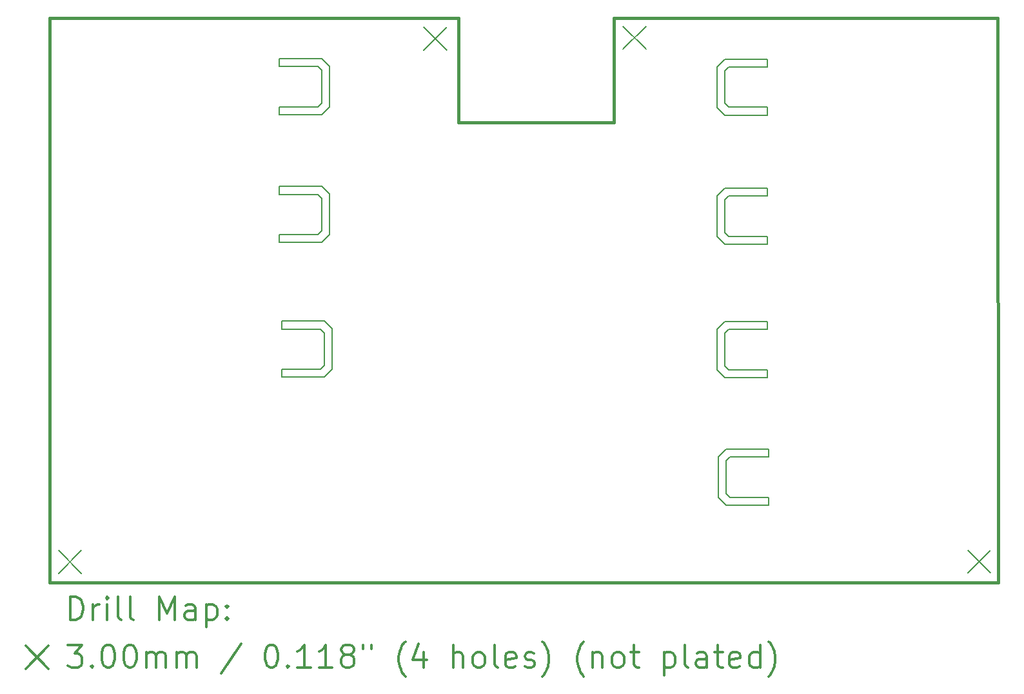
<source format=gbr>
%FSLAX45Y45*%
G04 Gerber Fmt 4.5, Leading zero omitted, Abs format (unit mm)*
G04 Created by KiCad (PCBNEW (5.1.6)-1) date 2020-06-22 15:28:16*
%MOMM*%
%LPD*%
G01*
G04 APERTURE LIST*
%TA.AperFunction,Profile*%
%ADD10C,0.203200*%
%TD*%
%TA.AperFunction,Profile*%
%ADD11C,0.381000*%
%TD*%
%ADD12C,0.200000*%
%ADD13C,0.300000*%
G04 APERTURE END LIST*
D10*
X16046450Y-8826500D02*
X15944850Y-8928100D01*
X16605250Y-8826500D02*
X16046450Y-8826500D01*
X15944850Y-9461500D02*
X16046450Y-9563100D01*
X15944850Y-8928100D02*
X15944850Y-9461500D01*
X16046450Y-9563100D02*
X16605250Y-9563100D01*
X16605250Y-9563100D02*
X16605250Y-9455150D01*
X16046450Y-8978900D02*
X16097250Y-8928100D01*
X16605250Y-9455150D02*
X16097250Y-9455150D01*
X16046450Y-9404350D02*
X16046450Y-8978900D01*
X16097250Y-8928100D02*
X16605250Y-8928100D01*
X16605250Y-8928100D02*
X16605250Y-8826500D01*
X16097250Y-9455150D02*
X16046450Y-9404350D01*
X16033750Y-7150100D02*
X15932150Y-7251700D01*
X16592550Y-7150100D02*
X16033750Y-7150100D01*
X15932150Y-7785100D02*
X16033750Y-7886700D01*
X15932150Y-7251700D02*
X15932150Y-7785100D01*
X16033750Y-7886700D02*
X16592550Y-7886700D01*
X16592550Y-7886700D02*
X16592550Y-7778750D01*
X16033750Y-7302500D02*
X16084550Y-7251700D01*
X16592550Y-7778750D02*
X16084550Y-7778750D01*
X16033750Y-7727950D02*
X16033750Y-7302500D01*
X16084550Y-7251700D02*
X16592550Y-7251700D01*
X16592550Y-7251700D02*
X16592550Y-7150100D01*
X16084550Y-7778750D02*
X16033750Y-7727950D01*
X16027400Y-5397500D02*
X15925800Y-5499100D01*
X16586200Y-5397500D02*
X16027400Y-5397500D01*
X15925800Y-6032500D02*
X16027400Y-6134100D01*
X15925800Y-5499100D02*
X15925800Y-6032500D01*
X16027400Y-6134100D02*
X16586200Y-6134100D01*
X16586200Y-6134100D02*
X16586200Y-6026150D01*
X16027400Y-5549900D02*
X16078200Y-5499100D01*
X16586200Y-6026150D02*
X16078200Y-6026150D01*
X16027400Y-5975350D02*
X16027400Y-5549900D01*
X16078200Y-5499100D02*
X16586200Y-5499100D01*
X16586200Y-5499100D02*
X16586200Y-5397500D01*
X16078200Y-6026150D02*
X16027400Y-5975350D01*
X16027400Y-3702050D02*
X15925800Y-3803650D01*
X16586200Y-3702050D02*
X16027400Y-3702050D01*
X15925800Y-4337050D02*
X16027400Y-4438650D01*
X15925800Y-3803650D02*
X15925800Y-4337050D01*
X16027400Y-4438650D02*
X16586200Y-4438650D01*
X16586200Y-4438650D02*
X16586200Y-4330700D01*
X16027400Y-3854450D02*
X16078200Y-3803650D01*
X16586200Y-4330700D02*
X16078200Y-4330700D01*
X16027400Y-4279900D02*
X16027400Y-3854450D01*
X16078200Y-3803650D02*
X16586200Y-3803650D01*
X16586200Y-3803650D02*
X16586200Y-3702050D01*
X16078200Y-4330700D02*
X16027400Y-4279900D01*
X10737850Y-6108700D02*
X10839450Y-6007100D01*
X10179050Y-6108700D02*
X10737850Y-6108700D01*
X10839450Y-5473700D02*
X10737850Y-5372100D01*
X10839450Y-6007100D02*
X10839450Y-5473700D01*
X10737850Y-5372100D02*
X10179050Y-5372100D01*
X10179050Y-5372100D02*
X10179050Y-5480050D01*
X10737850Y-5956300D02*
X10687050Y-6007100D01*
X10179050Y-5480050D02*
X10687050Y-5480050D01*
X10737850Y-5530850D02*
X10737850Y-5956300D01*
X10687050Y-6007100D02*
X10179050Y-6007100D01*
X10179050Y-6007100D02*
X10179050Y-6108700D01*
X10687050Y-5480050D02*
X10737850Y-5530850D01*
X10769600Y-7874000D02*
X10871200Y-7772400D01*
X10210800Y-7874000D02*
X10769600Y-7874000D01*
X10871200Y-7239000D02*
X10769600Y-7137400D01*
X10871200Y-7772400D02*
X10871200Y-7239000D01*
X10769600Y-7137400D02*
X10210800Y-7137400D01*
X10210800Y-7137400D02*
X10210800Y-7245350D01*
X10769600Y-7721600D02*
X10718800Y-7772400D01*
X10210800Y-7245350D02*
X10718800Y-7245350D01*
X10769600Y-7296150D02*
X10769600Y-7721600D01*
X10718800Y-7772400D02*
X10210800Y-7772400D01*
X10210800Y-7772400D02*
X10210800Y-7874000D01*
X10718800Y-7245350D02*
X10769600Y-7296150D01*
X10737850Y-4425950D02*
X10839450Y-4324350D01*
X10179050Y-4425950D02*
X10737850Y-4425950D01*
X10839450Y-3790950D02*
X10737850Y-3689350D01*
X10839450Y-4324350D02*
X10839450Y-3790950D01*
X10737850Y-3689350D02*
X10179050Y-3689350D01*
X10179050Y-3689350D02*
X10179050Y-3797300D01*
X10737850Y-4273550D02*
X10687050Y-4324350D01*
X10179050Y-3797300D02*
X10687050Y-3797300D01*
X10737850Y-3848100D02*
X10737850Y-4273550D01*
X10687050Y-4324350D02*
X10179050Y-4324350D01*
X10179050Y-4324350D02*
X10179050Y-4425950D01*
X10687050Y-3797300D02*
X10737850Y-3848100D01*
D11*
X7169150Y-3155950D02*
X12534900Y-3155950D01*
X14573250Y-3155950D02*
X19615150Y-3155950D01*
X12534900Y-4533900D02*
X12534900Y-3155950D01*
X14573250Y-4533900D02*
X14573250Y-3155950D01*
X12534900Y-4533900D02*
X14573250Y-4533900D01*
X7169150Y-10579100D02*
X7169150Y-3155950D01*
X19621500Y-10579100D02*
X7169150Y-10579100D01*
X19615150Y-3155950D02*
X19621500Y-10579100D01*
D12*
X14696300Y-3266300D02*
X14996300Y-3566300D01*
X14996300Y-3266300D02*
X14696300Y-3566300D01*
X19223850Y-10149700D02*
X19523850Y-10449700D01*
X19523850Y-10149700D02*
X19223850Y-10449700D01*
X12080100Y-3279000D02*
X12380100Y-3579000D01*
X12380100Y-3279000D02*
X12080100Y-3579000D01*
X7285850Y-10156050D02*
X7585850Y-10456050D01*
X7585850Y-10156050D02*
X7285850Y-10456050D01*
D13*
X7436528Y-11063864D02*
X7436528Y-10763864D01*
X7507957Y-10763864D01*
X7550814Y-10778150D01*
X7579386Y-10806722D01*
X7593671Y-10835293D01*
X7607957Y-10892436D01*
X7607957Y-10935293D01*
X7593671Y-10992436D01*
X7579386Y-11021007D01*
X7550814Y-11049579D01*
X7507957Y-11063864D01*
X7436528Y-11063864D01*
X7736528Y-11063864D02*
X7736528Y-10863864D01*
X7736528Y-10921007D02*
X7750814Y-10892436D01*
X7765100Y-10878150D01*
X7793671Y-10863864D01*
X7822243Y-10863864D01*
X7922243Y-11063864D02*
X7922243Y-10863864D01*
X7922243Y-10763864D02*
X7907957Y-10778150D01*
X7922243Y-10792436D01*
X7936528Y-10778150D01*
X7922243Y-10763864D01*
X7922243Y-10792436D01*
X8107957Y-11063864D02*
X8079386Y-11049579D01*
X8065100Y-11021007D01*
X8065100Y-10763864D01*
X8265100Y-11063864D02*
X8236528Y-11049579D01*
X8222243Y-11021007D01*
X8222243Y-10763864D01*
X8607957Y-11063864D02*
X8607957Y-10763864D01*
X8707957Y-10978150D01*
X8807957Y-10763864D01*
X8807957Y-11063864D01*
X9079386Y-11063864D02*
X9079386Y-10906722D01*
X9065100Y-10878150D01*
X9036528Y-10863864D01*
X8979386Y-10863864D01*
X8950814Y-10878150D01*
X9079386Y-11049579D02*
X9050814Y-11063864D01*
X8979386Y-11063864D01*
X8950814Y-11049579D01*
X8936528Y-11021007D01*
X8936528Y-10992436D01*
X8950814Y-10963864D01*
X8979386Y-10949579D01*
X9050814Y-10949579D01*
X9079386Y-10935293D01*
X9222243Y-10863864D02*
X9222243Y-11163864D01*
X9222243Y-10878150D02*
X9250814Y-10863864D01*
X9307957Y-10863864D01*
X9336528Y-10878150D01*
X9350814Y-10892436D01*
X9365100Y-10921007D01*
X9365100Y-11006722D01*
X9350814Y-11035293D01*
X9336528Y-11049579D01*
X9307957Y-11063864D01*
X9250814Y-11063864D01*
X9222243Y-11049579D01*
X9493671Y-11035293D02*
X9507957Y-11049579D01*
X9493671Y-11063864D01*
X9479386Y-11049579D01*
X9493671Y-11035293D01*
X9493671Y-11063864D01*
X9493671Y-10878150D02*
X9507957Y-10892436D01*
X9493671Y-10906722D01*
X9479386Y-10892436D01*
X9493671Y-10878150D01*
X9493671Y-10906722D01*
X6850100Y-11408150D02*
X7150100Y-11708150D01*
X7150100Y-11408150D02*
X6850100Y-11708150D01*
X7407957Y-11393864D02*
X7593671Y-11393864D01*
X7493671Y-11508150D01*
X7536528Y-11508150D01*
X7565100Y-11522436D01*
X7579386Y-11536721D01*
X7593671Y-11565293D01*
X7593671Y-11636721D01*
X7579386Y-11665293D01*
X7565100Y-11679579D01*
X7536528Y-11693864D01*
X7450814Y-11693864D01*
X7422243Y-11679579D01*
X7407957Y-11665293D01*
X7722243Y-11665293D02*
X7736528Y-11679579D01*
X7722243Y-11693864D01*
X7707957Y-11679579D01*
X7722243Y-11665293D01*
X7722243Y-11693864D01*
X7922243Y-11393864D02*
X7950814Y-11393864D01*
X7979386Y-11408150D01*
X7993671Y-11422436D01*
X8007957Y-11451007D01*
X8022243Y-11508150D01*
X8022243Y-11579579D01*
X8007957Y-11636721D01*
X7993671Y-11665293D01*
X7979386Y-11679579D01*
X7950814Y-11693864D01*
X7922243Y-11693864D01*
X7893671Y-11679579D01*
X7879386Y-11665293D01*
X7865100Y-11636721D01*
X7850814Y-11579579D01*
X7850814Y-11508150D01*
X7865100Y-11451007D01*
X7879386Y-11422436D01*
X7893671Y-11408150D01*
X7922243Y-11393864D01*
X8207957Y-11393864D02*
X8236528Y-11393864D01*
X8265100Y-11408150D01*
X8279386Y-11422436D01*
X8293671Y-11451007D01*
X8307957Y-11508150D01*
X8307957Y-11579579D01*
X8293671Y-11636721D01*
X8279386Y-11665293D01*
X8265100Y-11679579D01*
X8236528Y-11693864D01*
X8207957Y-11693864D01*
X8179386Y-11679579D01*
X8165100Y-11665293D01*
X8150814Y-11636721D01*
X8136528Y-11579579D01*
X8136528Y-11508150D01*
X8150814Y-11451007D01*
X8165100Y-11422436D01*
X8179386Y-11408150D01*
X8207957Y-11393864D01*
X8436528Y-11693864D02*
X8436528Y-11493864D01*
X8436528Y-11522436D02*
X8450814Y-11508150D01*
X8479386Y-11493864D01*
X8522243Y-11493864D01*
X8550814Y-11508150D01*
X8565100Y-11536721D01*
X8565100Y-11693864D01*
X8565100Y-11536721D02*
X8579386Y-11508150D01*
X8607957Y-11493864D01*
X8650814Y-11493864D01*
X8679386Y-11508150D01*
X8693671Y-11536721D01*
X8693671Y-11693864D01*
X8836528Y-11693864D02*
X8836528Y-11493864D01*
X8836528Y-11522436D02*
X8850814Y-11508150D01*
X8879386Y-11493864D01*
X8922243Y-11493864D01*
X8950814Y-11508150D01*
X8965100Y-11536721D01*
X8965100Y-11693864D01*
X8965100Y-11536721D02*
X8979386Y-11508150D01*
X9007957Y-11493864D01*
X9050814Y-11493864D01*
X9079386Y-11508150D01*
X9093671Y-11536721D01*
X9093671Y-11693864D01*
X9679386Y-11379579D02*
X9422243Y-11765293D01*
X10065100Y-11393864D02*
X10093671Y-11393864D01*
X10122243Y-11408150D01*
X10136528Y-11422436D01*
X10150814Y-11451007D01*
X10165100Y-11508150D01*
X10165100Y-11579579D01*
X10150814Y-11636721D01*
X10136528Y-11665293D01*
X10122243Y-11679579D01*
X10093671Y-11693864D01*
X10065100Y-11693864D01*
X10036528Y-11679579D01*
X10022243Y-11665293D01*
X10007957Y-11636721D01*
X9993671Y-11579579D01*
X9993671Y-11508150D01*
X10007957Y-11451007D01*
X10022243Y-11422436D01*
X10036528Y-11408150D01*
X10065100Y-11393864D01*
X10293671Y-11665293D02*
X10307957Y-11679579D01*
X10293671Y-11693864D01*
X10279386Y-11679579D01*
X10293671Y-11665293D01*
X10293671Y-11693864D01*
X10593671Y-11693864D02*
X10422243Y-11693864D01*
X10507957Y-11693864D02*
X10507957Y-11393864D01*
X10479386Y-11436721D01*
X10450814Y-11465293D01*
X10422243Y-11479579D01*
X10879386Y-11693864D02*
X10707957Y-11693864D01*
X10793671Y-11693864D02*
X10793671Y-11393864D01*
X10765100Y-11436721D01*
X10736528Y-11465293D01*
X10707957Y-11479579D01*
X11050814Y-11522436D02*
X11022243Y-11508150D01*
X11007957Y-11493864D01*
X10993671Y-11465293D01*
X10993671Y-11451007D01*
X11007957Y-11422436D01*
X11022243Y-11408150D01*
X11050814Y-11393864D01*
X11107957Y-11393864D01*
X11136528Y-11408150D01*
X11150814Y-11422436D01*
X11165100Y-11451007D01*
X11165100Y-11465293D01*
X11150814Y-11493864D01*
X11136528Y-11508150D01*
X11107957Y-11522436D01*
X11050814Y-11522436D01*
X11022243Y-11536721D01*
X11007957Y-11551007D01*
X10993671Y-11579579D01*
X10993671Y-11636721D01*
X11007957Y-11665293D01*
X11022243Y-11679579D01*
X11050814Y-11693864D01*
X11107957Y-11693864D01*
X11136528Y-11679579D01*
X11150814Y-11665293D01*
X11165100Y-11636721D01*
X11165100Y-11579579D01*
X11150814Y-11551007D01*
X11136528Y-11536721D01*
X11107957Y-11522436D01*
X11279386Y-11393864D02*
X11279386Y-11451007D01*
X11393671Y-11393864D02*
X11393671Y-11451007D01*
X11836528Y-11808150D02*
X11822243Y-11793864D01*
X11793671Y-11751007D01*
X11779386Y-11722436D01*
X11765100Y-11679579D01*
X11750814Y-11608150D01*
X11750814Y-11551007D01*
X11765100Y-11479579D01*
X11779386Y-11436721D01*
X11793671Y-11408150D01*
X11822243Y-11365293D01*
X11836528Y-11351007D01*
X12079386Y-11493864D02*
X12079386Y-11693864D01*
X12007957Y-11379579D02*
X11936528Y-11593864D01*
X12122243Y-11593864D01*
X12465100Y-11693864D02*
X12465100Y-11393864D01*
X12593671Y-11693864D02*
X12593671Y-11536721D01*
X12579386Y-11508150D01*
X12550814Y-11493864D01*
X12507957Y-11493864D01*
X12479386Y-11508150D01*
X12465100Y-11522436D01*
X12779386Y-11693864D02*
X12750814Y-11679579D01*
X12736528Y-11665293D01*
X12722243Y-11636721D01*
X12722243Y-11551007D01*
X12736528Y-11522436D01*
X12750814Y-11508150D01*
X12779386Y-11493864D01*
X12822243Y-11493864D01*
X12850814Y-11508150D01*
X12865100Y-11522436D01*
X12879386Y-11551007D01*
X12879386Y-11636721D01*
X12865100Y-11665293D01*
X12850814Y-11679579D01*
X12822243Y-11693864D01*
X12779386Y-11693864D01*
X13050814Y-11693864D02*
X13022243Y-11679579D01*
X13007957Y-11651007D01*
X13007957Y-11393864D01*
X13279386Y-11679579D02*
X13250814Y-11693864D01*
X13193671Y-11693864D01*
X13165100Y-11679579D01*
X13150814Y-11651007D01*
X13150814Y-11536721D01*
X13165100Y-11508150D01*
X13193671Y-11493864D01*
X13250814Y-11493864D01*
X13279386Y-11508150D01*
X13293671Y-11536721D01*
X13293671Y-11565293D01*
X13150814Y-11593864D01*
X13407957Y-11679579D02*
X13436528Y-11693864D01*
X13493671Y-11693864D01*
X13522243Y-11679579D01*
X13536528Y-11651007D01*
X13536528Y-11636721D01*
X13522243Y-11608150D01*
X13493671Y-11593864D01*
X13450814Y-11593864D01*
X13422243Y-11579579D01*
X13407957Y-11551007D01*
X13407957Y-11536721D01*
X13422243Y-11508150D01*
X13450814Y-11493864D01*
X13493671Y-11493864D01*
X13522243Y-11508150D01*
X13636528Y-11808150D02*
X13650814Y-11793864D01*
X13679386Y-11751007D01*
X13693671Y-11722436D01*
X13707957Y-11679579D01*
X13722243Y-11608150D01*
X13722243Y-11551007D01*
X13707957Y-11479579D01*
X13693671Y-11436721D01*
X13679386Y-11408150D01*
X13650814Y-11365293D01*
X13636528Y-11351007D01*
X14179386Y-11808150D02*
X14165100Y-11793864D01*
X14136528Y-11751007D01*
X14122243Y-11722436D01*
X14107957Y-11679579D01*
X14093671Y-11608150D01*
X14093671Y-11551007D01*
X14107957Y-11479579D01*
X14122243Y-11436721D01*
X14136528Y-11408150D01*
X14165100Y-11365293D01*
X14179386Y-11351007D01*
X14293671Y-11493864D02*
X14293671Y-11693864D01*
X14293671Y-11522436D02*
X14307957Y-11508150D01*
X14336528Y-11493864D01*
X14379386Y-11493864D01*
X14407957Y-11508150D01*
X14422243Y-11536721D01*
X14422243Y-11693864D01*
X14607957Y-11693864D02*
X14579386Y-11679579D01*
X14565100Y-11665293D01*
X14550814Y-11636721D01*
X14550814Y-11551007D01*
X14565100Y-11522436D01*
X14579386Y-11508150D01*
X14607957Y-11493864D01*
X14650814Y-11493864D01*
X14679386Y-11508150D01*
X14693671Y-11522436D01*
X14707957Y-11551007D01*
X14707957Y-11636721D01*
X14693671Y-11665293D01*
X14679386Y-11679579D01*
X14650814Y-11693864D01*
X14607957Y-11693864D01*
X14793671Y-11493864D02*
X14907957Y-11493864D01*
X14836528Y-11393864D02*
X14836528Y-11651007D01*
X14850814Y-11679579D01*
X14879386Y-11693864D01*
X14907957Y-11693864D01*
X15236528Y-11493864D02*
X15236528Y-11793864D01*
X15236528Y-11508150D02*
X15265100Y-11493864D01*
X15322243Y-11493864D01*
X15350814Y-11508150D01*
X15365100Y-11522436D01*
X15379386Y-11551007D01*
X15379386Y-11636721D01*
X15365100Y-11665293D01*
X15350814Y-11679579D01*
X15322243Y-11693864D01*
X15265100Y-11693864D01*
X15236528Y-11679579D01*
X15550814Y-11693864D02*
X15522243Y-11679579D01*
X15507957Y-11651007D01*
X15507957Y-11393864D01*
X15793671Y-11693864D02*
X15793671Y-11536721D01*
X15779386Y-11508150D01*
X15750814Y-11493864D01*
X15693671Y-11493864D01*
X15665100Y-11508150D01*
X15793671Y-11679579D02*
X15765100Y-11693864D01*
X15693671Y-11693864D01*
X15665100Y-11679579D01*
X15650814Y-11651007D01*
X15650814Y-11622436D01*
X15665100Y-11593864D01*
X15693671Y-11579579D01*
X15765100Y-11579579D01*
X15793671Y-11565293D01*
X15893671Y-11493864D02*
X16007957Y-11493864D01*
X15936528Y-11393864D02*
X15936528Y-11651007D01*
X15950814Y-11679579D01*
X15979386Y-11693864D01*
X16007957Y-11693864D01*
X16222243Y-11679579D02*
X16193671Y-11693864D01*
X16136528Y-11693864D01*
X16107957Y-11679579D01*
X16093671Y-11651007D01*
X16093671Y-11536721D01*
X16107957Y-11508150D01*
X16136528Y-11493864D01*
X16193671Y-11493864D01*
X16222243Y-11508150D01*
X16236528Y-11536721D01*
X16236528Y-11565293D01*
X16093671Y-11593864D01*
X16493671Y-11693864D02*
X16493671Y-11393864D01*
X16493671Y-11679579D02*
X16465100Y-11693864D01*
X16407957Y-11693864D01*
X16379386Y-11679579D01*
X16365100Y-11665293D01*
X16350814Y-11636721D01*
X16350814Y-11551007D01*
X16365100Y-11522436D01*
X16379386Y-11508150D01*
X16407957Y-11493864D01*
X16465100Y-11493864D01*
X16493671Y-11508150D01*
X16607957Y-11808150D02*
X16622243Y-11793864D01*
X16650814Y-11751007D01*
X16665100Y-11722436D01*
X16679386Y-11679579D01*
X16693671Y-11608150D01*
X16693671Y-11551007D01*
X16679386Y-11479579D01*
X16665100Y-11436721D01*
X16650814Y-11408150D01*
X16622243Y-11365293D01*
X16607957Y-11351007D01*
M02*

</source>
